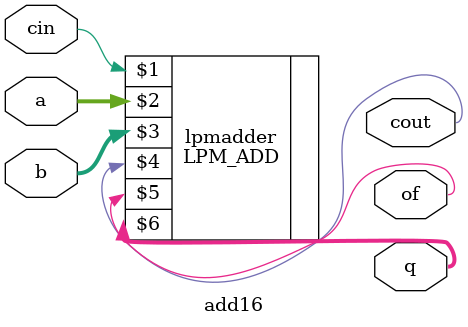
<source format=sv>
/**************************************************************************
 *  FPGA-implementation of the dcpu16
 *  Copyright (C) 2013  Hauke Neizel
 *
 *  This program is free software; you can redistribute it and/or modify
 *  it under the terms of the GNU General Public License as published by
 *  the Free Software Foundation; either version 2 of the License, or
 *  (at your option) any later version.
 *
 *  This program is distributed in the hope that it will be useful,
 *  but WITHOUT ANY WARRANTY; without even the implied warranty of
 *  MERCHANTABILITY or FITNESS FOR A PARTICULAR PURPOSE.  See the
 *  GNU General Public License for more details.
 *
 *  You should have received a copy of the GNU General Public License along
 *  with this program; if not, write to the Free Software Foundation, Inc.,
 *  51 Franklin Street, Fifth Floor, Boston, MA 02110-1301 USA.
 *
 */

module add16 (
	input cin,
	input [15:0] a,
	input [15:0] b,
	output [15:0] q,
	output cout,
	output of
);

	// this module is basically just a wrapper for the lpm, as that compiles into the fewest gates
	LPM_ADD lpmadder(cin, a, b, cout, of, q);

endmodule

</source>
